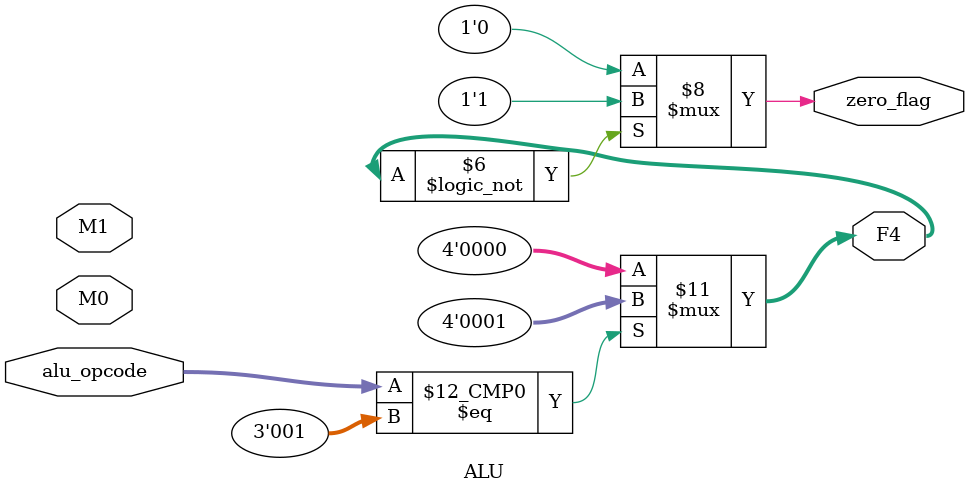
<source format=v>
module ALU (M1, M0, alu_opcode, F4, zero_flag);
  parameter size = 4;
  input [size-1:0] M0, M1;
  input [size-2:0] alu_opcode;
  output reg [size-1:0] F4;
  output reg zero_flag;
  
  always @(M0 or M1 or alu_opcode)
    begin
      case(alu_opcode)
        001: F4 <= 1;   //set
        010: F4 <= M1 + 1;    //increment
        011: F4 <= M1 - 1 ;    //decrement
        101: F4 <= M1;    //store -> R[xx] to data_out
        110: F4 <= M1 + M0;   //add
        111: F4 <= M0;   //copy -> R[yy] to R[xx]
        default: F4 <= 0;
      endcase
    end
    
  always @(F4) 
    begin
      if (!F4)
        zero_flag = 1;
      else
        zero_flag = 0;
    end
	 
endmodule
</source>
